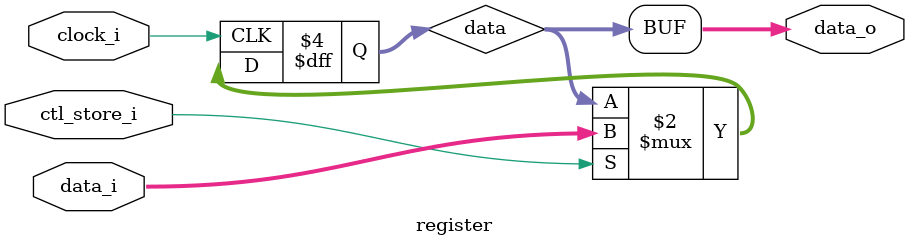
<source format=sv>
`timescale 1ns / 1ps


module register#(Width = 8)
(
    input clock_i,
    input [Width-1:0] data_i,

    input ctl_store_i,

    output [Width-1:0] data_o
);

reg [Width-1:0] data;

assign data_o = data;

always_ff@(posedge clock_i) begin
    if( ctl_store_i )
        data <= data_i;
end

endmodule

</source>
